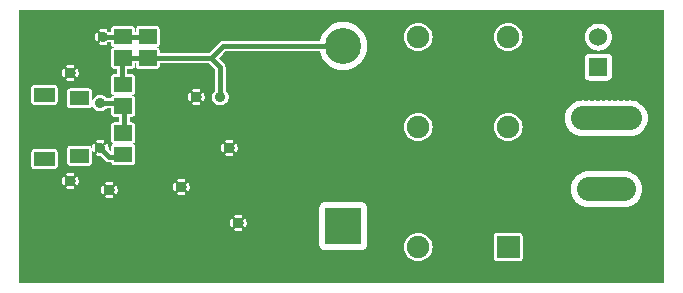
<source format=gbr>
G04 start of page 3 for group 1 idx 1 *
G04 Title: (unknown), solder *
G04 Creator: pcb 20091103 *
G04 CreationDate: Thu 05 May 2011 07:25:20 AM GMT UTC *
G04 For: gjhurlbu *
G04 Format: Gerber/RS-274X *
G04 PCB-Dimensions: 600000 500000 *
G04 PCB-Coordinate-Origin: lower left *
%MOIN*%
%FSLAX25Y25*%
%LNBACK*%
%ADD11C,0.0150*%
%ADD12C,0.0200*%
%ADD13C,0.1200*%
%ADD14C,0.0750*%
%ADD15C,0.0600*%
%ADD16C,0.0800*%
%ADD17C,0.0360*%
%ADD21R,0.0512X0.0512*%
%ADD26C,0.0630*%
%ADD27C,0.0520*%
%ADD28C,0.0260*%
%ADD29C,0.0380*%
%ADD30C,0.0390*%
G54D12*G36*
X237750Y454000D02*X257000D01*
Y363000D01*
X237750D01*
Y388304D01*
X238700Y388387D01*
X239700Y388300D01*
X240650Y388383D01*
X241600Y388300D01*
X242600Y388387D01*
X243600Y388300D01*
X244642Y388391D01*
X245652Y388662D01*
X246600Y389104D01*
X247457Y389704D01*
X248196Y390443D01*
X248796Y391300D01*
X249238Y392248D01*
X249509Y393258D01*
X249600Y394300D01*
X249509Y395342D01*
X249238Y396352D01*
X248796Y397300D01*
X248196Y398157D01*
X247457Y398896D01*
X246600Y399496D01*
X245652Y399938D01*
X244642Y400209D01*
X243600Y400300D01*
X242600Y400213D01*
X241600Y400300D01*
X240650Y400217D01*
X239700Y400300D01*
X238700Y400213D01*
X237750Y400296D01*
Y411904D01*
X238700Y411987D01*
X239700Y411900D01*
X240650Y411983D01*
X241600Y411900D01*
X242600Y411987D01*
X243600Y411900D01*
X244550Y411983D01*
X245500Y411900D01*
X246542Y411991D01*
X247552Y412262D01*
X248500Y412704D01*
X249357Y413304D01*
X250096Y414043D01*
X250696Y414900D01*
X251138Y415848D01*
X251409Y416858D01*
X251500Y417900D01*
X251409Y418942D01*
X251138Y419952D01*
X250696Y420900D01*
X250096Y421757D01*
X249357Y422496D01*
X248500Y423096D01*
X247552Y423538D01*
X246542Y423809D01*
X245500Y423900D01*
X244550Y423817D01*
X243600Y423900D01*
X242600Y423813D01*
X241600Y423900D01*
X240650Y423817D01*
X239700Y423900D01*
X238700Y423813D01*
X237750Y423896D01*
Y430500D01*
X238000D01*
X238260Y430523D01*
X238513Y430590D01*
X238750Y430701D01*
X238964Y430851D01*
X239149Y431036D01*
X239299Y431250D01*
X239410Y431487D01*
X239477Y431740D01*
X239500Y432000D01*
Y438000D01*
X239477Y438260D01*
X239410Y438513D01*
X239299Y438750D01*
X239149Y438964D01*
X238964Y439149D01*
X238750Y439299D01*
X238513Y439410D01*
X238260Y439477D01*
X238000Y439500D01*
X237750D01*
Y441453D01*
X237893Y441553D01*
X238447Y442107D01*
X238897Y442750D01*
X239229Y443461D01*
X239432Y444219D01*
X239500Y445000D01*
X239432Y445781D01*
X239229Y446539D01*
X238897Y447250D01*
X238447Y447893D01*
X237893Y448447D01*
X237750Y448547D01*
Y454000D01*
G37*
G36*
X205000D02*X237750D01*
Y448547D01*
X237250Y448897D01*
X236539Y449229D01*
X235781Y449432D01*
X235000Y449500D01*
X234219Y449432D01*
X233461Y449229D01*
X232750Y448897D01*
X232107Y448447D01*
X231553Y447893D01*
X231103Y447250D01*
X230771Y446539D01*
X230568Y445781D01*
X230500Y445000D01*
X230568Y444219D01*
X230771Y443461D01*
X231103Y442750D01*
X231553Y442107D01*
X232107Y441553D01*
X232750Y441103D01*
X233461Y440771D01*
X234219Y440568D01*
X235000Y440500D01*
X235781Y440568D01*
X236539Y440771D01*
X237250Y441103D01*
X237750Y441453D01*
Y439500D01*
X232000D01*
X231740Y439477D01*
X231487Y439410D01*
X231250Y439299D01*
X231036Y439149D01*
X230851Y438964D01*
X230701Y438750D01*
X230590Y438513D01*
X230523Y438260D01*
X230500Y438000D01*
Y432000D01*
X230523Y431740D01*
X230590Y431487D01*
X230701Y431250D01*
X230851Y431036D01*
X231036Y430851D01*
X231250Y430701D01*
X231487Y430590D01*
X231740Y430523D01*
X232000Y430500D01*
X237750D01*
Y423896D01*
X237700Y423900D01*
X236750Y423817D01*
X235800Y423900D01*
X234800Y423813D01*
X233800Y423900D01*
X232850Y423817D01*
X231900Y423900D01*
X230900Y423813D01*
X229900Y423900D01*
X228858Y423809D01*
X227848Y423538D01*
X226900Y423096D01*
X226043Y422496D01*
X225304Y421757D01*
X224704Y420900D01*
X224262Y419952D01*
X223991Y418942D01*
X223900Y417900D01*
X223991Y416858D01*
X224262Y415848D01*
X224704Y414900D01*
X225304Y414043D01*
X226043Y413304D01*
X226900Y412704D01*
X227848Y412262D01*
X228858Y411991D01*
X229900Y411900D01*
X230900Y411987D01*
X231900Y411900D01*
X232850Y411983D01*
X233800Y411900D01*
X234800Y411987D01*
X235800Y411900D01*
X236750Y411983D01*
X237700Y411900D01*
X237750Y411904D01*
Y400296D01*
X237700Y400300D01*
X236750Y400217D01*
X235800Y400300D01*
X234800Y400213D01*
X233800Y400300D01*
X232850Y400217D01*
X231900Y400300D01*
X230858Y400209D01*
X229848Y399938D01*
X228900Y399496D01*
X228043Y398896D01*
X227304Y398157D01*
X226704Y397300D01*
X226262Y396352D01*
X225991Y395342D01*
X225900Y394300D01*
X225991Y393258D01*
X226262Y392248D01*
X226704Y391300D01*
X227304Y390443D01*
X228043Y389704D01*
X228900Y389104D01*
X229848Y388662D01*
X230858Y388391D01*
X231900Y388300D01*
X232850Y388383D01*
X233800Y388300D01*
X234800Y388387D01*
X235800Y388300D01*
X236750Y388383D01*
X237700Y388300D01*
X237750Y388304D01*
Y363000D01*
X205000D01*
Y370250D01*
X208750D01*
X208924Y370265D01*
X209092Y370310D01*
X209250Y370384D01*
X209393Y370484D01*
X209516Y370607D01*
X209616Y370750D01*
X209690Y370908D01*
X209735Y371076D01*
X209750Y371250D01*
Y378750D01*
X209735Y378924D01*
X209690Y379092D01*
X209616Y379250D01*
X209516Y379393D01*
X209393Y379516D01*
X209250Y379616D01*
X209092Y379690D01*
X208924Y379735D01*
X208750Y379750D01*
X205000D01*
Y410250D01*
X205825Y410322D01*
X206625Y410536D01*
X207375Y410886D01*
X208053Y411361D01*
X208639Y411947D01*
X209114Y412625D01*
X209464Y413375D01*
X209678Y414175D01*
X209750Y415000D01*
X209678Y415825D01*
X209464Y416625D01*
X209114Y417375D01*
X208639Y418053D01*
X208053Y418639D01*
X207375Y419114D01*
X206625Y419464D01*
X205825Y419678D01*
X205000Y419750D01*
Y440250D01*
X205825Y440322D01*
X206625Y440536D01*
X207375Y440886D01*
X208053Y441361D01*
X208639Y441947D01*
X209114Y442625D01*
X209464Y443375D01*
X209678Y444175D01*
X209750Y445000D01*
X209678Y445825D01*
X209464Y446625D01*
X209114Y447375D01*
X208639Y448053D01*
X208053Y448639D01*
X207375Y449114D01*
X206625Y449464D01*
X205825Y449678D01*
X205000Y449750D01*
Y454000D01*
G37*
G36*
X175000D02*X205000D01*
Y449750D01*
X204175Y449678D01*
X203375Y449464D01*
X202625Y449114D01*
X201947Y448639D01*
X201361Y448053D01*
X200886Y447375D01*
X200536Y446625D01*
X200322Y445825D01*
X200250Y445000D01*
X200322Y444175D01*
X200536Y443375D01*
X200886Y442625D01*
X201361Y441947D01*
X201947Y441361D01*
X202625Y440886D01*
X203375Y440536D01*
X204175Y440322D01*
X205000Y440250D01*
Y419750D01*
X204175Y419678D01*
X203375Y419464D01*
X202625Y419114D01*
X201947Y418639D01*
X201361Y418053D01*
X200886Y417375D01*
X200536Y416625D01*
X200322Y415825D01*
X200250Y415000D01*
X200322Y414175D01*
X200536Y413375D01*
X200886Y412625D01*
X201361Y411947D01*
X201947Y411361D01*
X202625Y410886D01*
X203375Y410536D01*
X204175Y410322D01*
X205000Y410250D01*
Y379750D01*
X201250D01*
X201076Y379735D01*
X200908Y379690D01*
X200750Y379616D01*
X200607Y379516D01*
X200484Y379393D01*
X200384Y379250D01*
X200310Y379092D01*
X200265Y378924D01*
X200250Y378750D01*
Y371250D01*
X200265Y371076D01*
X200310Y370908D01*
X200384Y370750D01*
X200484Y370607D01*
X200607Y370484D01*
X200750Y370384D01*
X200908Y370310D01*
X201076Y370265D01*
X201250Y370250D01*
X205000D01*
Y363000D01*
X175000D01*
Y370250D01*
X175825Y370322D01*
X176625Y370536D01*
X177375Y370886D01*
X178053Y371361D01*
X178639Y371947D01*
X179114Y372625D01*
X179464Y373375D01*
X179678Y374175D01*
X179750Y375000D01*
X179678Y375825D01*
X179464Y376625D01*
X179114Y377375D01*
X178639Y378053D01*
X178053Y378639D01*
X177375Y379114D01*
X176625Y379464D01*
X175825Y379678D01*
X175000Y379750D01*
Y410250D01*
X175825Y410322D01*
X176625Y410536D01*
X177375Y410886D01*
X178053Y411361D01*
X178639Y411947D01*
X179114Y412625D01*
X179464Y413375D01*
X179678Y414175D01*
X179750Y415000D01*
X179678Y415825D01*
X179464Y416625D01*
X179114Y417375D01*
X178639Y418053D01*
X178053Y418639D01*
X177375Y419114D01*
X176625Y419464D01*
X175825Y419678D01*
X175000Y419750D01*
Y440250D01*
X175825Y440322D01*
X176625Y440536D01*
X177375Y440886D01*
X178053Y441361D01*
X178639Y441947D01*
X179114Y442625D01*
X179464Y443375D01*
X179678Y444175D01*
X179750Y445000D01*
X179678Y445825D01*
X179464Y446625D01*
X179114Y447375D01*
X178639Y448053D01*
X178053Y448639D01*
X177375Y449114D01*
X176625Y449464D01*
X175825Y449678D01*
X175000Y449750D01*
Y454000D01*
G37*
G36*
X150000D02*X175000D01*
Y449750D01*
X174175Y449678D01*
X173375Y449464D01*
X172625Y449114D01*
X171947Y448639D01*
X171361Y448053D01*
X170886Y447375D01*
X170536Y446625D01*
X170322Y445825D01*
X170250Y445000D01*
X170322Y444175D01*
X170536Y443375D01*
X170886Y442625D01*
X171361Y441947D01*
X171947Y441361D01*
X172625Y440886D01*
X173375Y440536D01*
X174175Y440322D01*
X175000Y440250D01*
Y419750D01*
X174175Y419678D01*
X173375Y419464D01*
X172625Y419114D01*
X171947Y418639D01*
X171361Y418053D01*
X170886Y417375D01*
X170536Y416625D01*
X170322Y415825D01*
X170250Y415000D01*
X170322Y414175D01*
X170536Y413375D01*
X170886Y412625D01*
X171361Y411947D01*
X171947Y411361D01*
X172625Y410886D01*
X173375Y410536D01*
X174175Y410322D01*
X175000Y410250D01*
Y379750D01*
X174175Y379678D01*
X173375Y379464D01*
X172625Y379114D01*
X171947Y378639D01*
X171361Y378053D01*
X170886Y377375D01*
X170536Y376625D01*
X170322Y375825D01*
X170250Y375000D01*
X170322Y374175D01*
X170536Y373375D01*
X170886Y372625D01*
X171361Y371947D01*
X171947Y371361D01*
X172625Y370886D01*
X173375Y370536D01*
X174175Y370322D01*
X175000Y370250D01*
Y363000D01*
X150000D01*
Y374000D01*
X156000D01*
X156347Y374030D01*
X156684Y374121D01*
X157000Y374268D01*
X157286Y374468D01*
X157532Y374714D01*
X157732Y375000D01*
X157879Y375316D01*
X157970Y375653D01*
X158000Y376000D01*
Y388000D01*
X157970Y388347D01*
X157879Y388684D01*
X157732Y389000D01*
X157532Y389286D01*
X157286Y389532D01*
X157000Y389732D01*
X156684Y389879D01*
X156347Y389970D01*
X156000Y390000D01*
X150000D01*
Y434000D01*
X151389Y434122D01*
X152736Y434482D01*
X154000Y435072D01*
X155142Y435872D01*
X156128Y436858D01*
X156928Y438000D01*
X157518Y439264D01*
X157878Y440611D01*
X158000Y442000D01*
X157878Y443389D01*
X157518Y444736D01*
X156928Y446000D01*
X156128Y447142D01*
X155142Y448128D01*
X154000Y448928D01*
X152736Y449518D01*
X151389Y449878D01*
X150000Y450000D01*
Y454000D01*
G37*
G36*
Y363000D02*X117231D01*
Y381720D01*
X117248Y381721D01*
X117332Y381744D01*
X117411Y381781D01*
X117483Y381831D01*
X117544Y381893D01*
X117594Y381964D01*
X117631Y382043D01*
X117704Y382276D01*
X117757Y382514D01*
X117789Y382756D01*
X117800Y383000D01*
X117789Y383245D01*
X117757Y383487D01*
X117704Y383725D01*
X117631Y383958D01*
X117594Y384037D01*
X117544Y384108D01*
X117483Y384170D01*
X117411Y384220D01*
X117332Y384257D01*
X117248Y384280D01*
X117231Y384281D01*
Y440250D01*
X142218D01*
X142482Y439264D01*
X143072Y438000D01*
X143872Y436858D01*
X144858Y435872D01*
X146000Y435072D01*
X147264Y434482D01*
X148611Y434122D01*
X150000Y434000D01*
Y390000D01*
X144000D01*
X143653Y389970D01*
X143316Y389879D01*
X143000Y389732D01*
X142714Y389532D01*
X142468Y389286D01*
X142268Y389000D01*
X142121Y388684D01*
X142030Y388347D01*
X142000Y388000D01*
Y376000D01*
X142030Y375653D01*
X142121Y375316D01*
X142268Y375000D01*
X142468Y374714D01*
X142714Y374468D01*
X143000Y374268D01*
X143316Y374121D01*
X143653Y374030D01*
X144000Y374000D01*
X150000D01*
Y363000D01*
G37*
G36*
X117231D02*X115000D01*
Y380200D01*
X115244Y380211D01*
X115486Y380243D01*
X115724Y380296D01*
X115957Y380369D01*
X116036Y380406D01*
X116107Y380456D01*
X116169Y380517D01*
X116219Y380589D01*
X116256Y380668D01*
X116279Y380752D01*
X116286Y380839D01*
X116279Y380926D01*
X116256Y381010D01*
X116219Y381089D01*
X116169Y381160D01*
X116108Y381222D01*
X116036Y381272D01*
X115957Y381309D01*
X115873Y381332D01*
X115786Y381339D01*
X115699Y381332D01*
X115615Y381309D01*
X115465Y381262D01*
X115312Y381228D01*
X115156Y381207D01*
X115000Y381200D01*
Y384800D01*
X115156Y384794D01*
X115312Y384773D01*
X115465Y384739D01*
X115615Y384692D01*
X115699Y384669D01*
X115786Y384662D01*
X115873Y384669D01*
X115957Y384692D01*
X116036Y384729D01*
X116108Y384779D01*
X116169Y384841D01*
X116219Y384912D01*
X116256Y384991D01*
X116279Y385075D01*
X116286Y385162D01*
X116279Y385249D01*
X116256Y385333D01*
X116219Y385412D01*
X116169Y385484D01*
X116107Y385545D01*
X116036Y385595D01*
X115957Y385632D01*
X115724Y385705D01*
X115486Y385758D01*
X115244Y385790D01*
X115000Y385800D01*
Y440250D01*
X117231D01*
Y384281D01*
X117161Y384287D01*
X117074Y384280D01*
X116990Y384257D01*
X116911Y384220D01*
X116840Y384170D01*
X116778Y384109D01*
X116728Y384037D01*
X116691Y383958D01*
X116668Y383874D01*
X116661Y383787D01*
X116668Y383700D01*
X116691Y383616D01*
X116738Y383466D01*
X116772Y383313D01*
X116793Y383157D01*
X116800Y383000D01*
X116793Y382844D01*
X116772Y382688D01*
X116738Y382535D01*
X116691Y382385D01*
X116668Y382301D01*
X116661Y382214D01*
X116668Y382127D01*
X116691Y382043D01*
X116728Y381964D01*
X116778Y381892D01*
X116840Y381831D01*
X116911Y381781D01*
X116990Y381744D01*
X117074Y381721D01*
X117161Y381714D01*
X117231Y381720D01*
Y363000D01*
G37*
G36*
X114231Y384663D02*X114300Y384669D01*
X114384Y384692D01*
X114534Y384739D01*
X114687Y384773D01*
X114843Y384794D01*
X115000Y384800D01*
Y381200D01*
X114999D01*
X114843Y381207D01*
X114687Y381228D01*
X114534Y381262D01*
X114384Y381309D01*
X114300Y381332D01*
X114231Y381338D01*
Y384663D01*
G37*
G36*
Y440250D02*X115000D01*
Y385800D01*
X114755Y385790D01*
X114513Y385758D01*
X114275Y385705D01*
X114231Y385691D01*
Y406720D01*
X114248Y406721D01*
X114332Y406744D01*
X114411Y406781D01*
X114483Y406831D01*
X114544Y406893D01*
X114594Y406964D01*
X114631Y407043D01*
X114704Y407276D01*
X114757Y407514D01*
X114789Y407756D01*
X114800Y408000D01*
X114789Y408245D01*
X114757Y408487D01*
X114704Y408725D01*
X114631Y408958D01*
X114594Y409037D01*
X114544Y409108D01*
X114483Y409170D01*
X114411Y409220D01*
X114332Y409257D01*
X114248Y409280D01*
X114231Y409281D01*
Y440250D01*
G37*
G36*
X115000Y363000D02*X114231D01*
Y380310D01*
X114275Y380296D01*
X114513Y380243D01*
X114755Y380211D01*
X114999Y380200D01*
X115000D01*
Y363000D01*
G37*
G36*
X114231D02*X112769D01*
Y381720D01*
X112838Y381714D01*
X112925Y381721D01*
X113009Y381744D01*
X113088Y381781D01*
X113159Y381831D01*
X113221Y381892D01*
X113271Y381964D01*
X113308Y382043D01*
X113331Y382127D01*
X113338Y382214D01*
X113331Y382301D01*
X113308Y382385D01*
X113261Y382535D01*
X113227Y382688D01*
X113206Y382844D01*
X113200Y383001D01*
X113206Y383157D01*
X113227Y383313D01*
X113261Y383466D01*
X113308Y383616D01*
X113331Y383700D01*
X113338Y383787D01*
X113331Y383874D01*
X113308Y383958D01*
X113271Y384037D01*
X113221Y384109D01*
X113159Y384170D01*
X113088Y384220D01*
X113009Y384257D01*
X112925Y384280D01*
X112838Y384287D01*
X112769Y384281D01*
Y405310D01*
X112957Y405369D01*
X113036Y405406D01*
X113107Y405456D01*
X113169Y405517D01*
X113219Y405589D01*
X113256Y405668D01*
X113279Y405752D01*
X113286Y405839D01*
X113279Y405926D01*
X113256Y406010D01*
X113219Y406089D01*
X113169Y406160D01*
X113108Y406222D01*
X113036Y406272D01*
X112957Y406309D01*
X112873Y406332D01*
X112786Y406339D01*
X112769Y406338D01*
Y409663D01*
X112786Y409662D01*
X112873Y409669D01*
X112957Y409692D01*
X113036Y409729D01*
X113108Y409779D01*
X113169Y409841D01*
X113219Y409912D01*
X113256Y409991D01*
X113279Y410075D01*
X113286Y410162D01*
X113279Y410249D01*
X113256Y410333D01*
X113219Y410412D01*
X113169Y410484D01*
X113107Y410545D01*
X113036Y410595D01*
X112957Y410632D01*
X112769Y410691D01*
Y440250D01*
X114231D01*
Y409281D01*
X114161Y409287D01*
X114074Y409280D01*
X113990Y409257D01*
X113911Y409220D01*
X113840Y409170D01*
X113778Y409109D01*
X113728Y409037D01*
X113691Y408958D01*
X113668Y408874D01*
X113661Y408787D01*
X113668Y408700D01*
X113691Y408616D01*
X113738Y408466D01*
X113772Y408313D01*
X113793Y408157D01*
X113800Y408000D01*
X113793Y407844D01*
X113772Y407688D01*
X113738Y407535D01*
X113691Y407385D01*
X113668Y407301D01*
X113661Y407214D01*
X113668Y407127D01*
X113691Y407043D01*
X113728Y406964D01*
X113778Y406892D01*
X113840Y406831D01*
X113911Y406781D01*
X113990Y406744D01*
X114074Y406721D01*
X114161Y406714D01*
X114231Y406720D01*
Y385691D01*
X114042Y385632D01*
X113963Y385595D01*
X113892Y385545D01*
X113830Y385484D01*
X113780Y385412D01*
X113743Y385333D01*
X113720Y385249D01*
X113713Y385162D01*
X113720Y385075D01*
X113743Y384991D01*
X113780Y384912D01*
X113830Y384841D01*
X113891Y384779D01*
X113963Y384729D01*
X114042Y384692D01*
X114126Y384669D01*
X114213Y384662D01*
X114231Y384663D01*
Y381338D01*
X114213Y381339D01*
X114126Y381332D01*
X114042Y381309D01*
X113963Y381272D01*
X113891Y381222D01*
X113830Y381160D01*
X113780Y381089D01*
X113743Y381010D01*
X113720Y380926D01*
X113713Y380839D01*
X113720Y380752D01*
X113743Y380668D01*
X113780Y380589D01*
X113830Y380517D01*
X113892Y380456D01*
X113963Y380406D01*
X114042Y380369D01*
X114231Y380310D01*
Y363000D01*
G37*
G36*
X112769Y410691D02*X112724Y410705D01*
X112486Y410758D01*
X112244Y410790D01*
X112100Y410796D01*
Y440250D01*
X112769D01*
Y410691D01*
G37*
G36*
Y406338D02*X112699Y406332D01*
X112615Y406309D01*
X112465Y406262D01*
X112312Y406228D01*
X112156Y406207D01*
X112100Y406205D01*
Y409796D01*
X112156Y409794D01*
X112312Y409773D01*
X112465Y409739D01*
X112615Y409692D01*
X112699Y409669D01*
X112769Y409663D01*
Y406338D01*
G37*
G36*
Y363000D02*X112100D01*
Y405205D01*
X112244Y405211D01*
X112486Y405243D01*
X112724Y405296D01*
X112769Y405310D01*
Y384281D01*
X112751Y384280D01*
X112667Y384257D01*
X112588Y384220D01*
X112516Y384170D01*
X112455Y384108D01*
X112405Y384037D01*
X112368Y383958D01*
X112295Y383725D01*
X112242Y383487D01*
X112210Y383245D01*
X112200Y383001D01*
X112210Y382756D01*
X112242Y382514D01*
X112295Y382276D01*
X112368Y382043D01*
X112405Y381964D01*
X112455Y381893D01*
X112516Y381831D01*
X112588Y381781D01*
X112667Y381744D01*
X112751Y381721D01*
X112769Y381720D01*
Y363000D01*
G37*
G36*
X112100Y454000D02*X150000D01*
Y450000D01*
X148611Y449878D01*
X147264Y449518D01*
X146000Y448928D01*
X144858Y448128D01*
X143872Y447142D01*
X143072Y446000D01*
X142482Y444736D01*
X142218Y443750D01*
X112100D01*
Y454000D01*
G37*
G36*
X109769Y422319D02*X109958Y422369D01*
X110400Y422575D01*
X110800Y422855D01*
X111145Y423200D01*
X111425Y423600D01*
X111631Y424042D01*
X111757Y424514D01*
X111800Y425000D01*
X111757Y425486D01*
X111631Y425958D01*
X111425Y426400D01*
X111145Y426800D01*
X110800Y427145D01*
X110750Y427180D01*
Y435000D01*
X110743Y435079D01*
Y435153D01*
X110730Y435229D01*
X110723Y435304D01*
X110704Y435376D01*
X110690Y435454D01*
X110663Y435528D01*
X110644Y435599D01*
X110613Y435666D01*
X110586Y435740D01*
X110550Y435803D01*
X110516Y435875D01*
X110468Y435943D01*
X110433Y436004D01*
X110388Y436058D01*
X110341Y436125D01*
X110283Y436183D01*
X110237Y436238D01*
X109769Y436706D01*
Y439295D01*
X110724Y440250D01*
X112100D01*
Y410796D01*
X112000Y410800D01*
X111755Y410790D01*
X111513Y410758D01*
X111275Y410705D01*
X111042Y410632D01*
X110963Y410595D01*
X110892Y410545D01*
X110830Y410484D01*
X110780Y410412D01*
X110743Y410333D01*
X110720Y410249D01*
X110713Y410162D01*
X110720Y410075D01*
X110743Y409991D01*
X110780Y409912D01*
X110830Y409841D01*
X110891Y409779D01*
X110963Y409729D01*
X111042Y409692D01*
X111126Y409669D01*
X111213Y409662D01*
X111300Y409669D01*
X111384Y409692D01*
X111534Y409739D01*
X111687Y409773D01*
X111843Y409794D01*
X112000Y409800D01*
X112100Y409796D01*
Y406205D01*
X111999Y406200D01*
X111843Y406207D01*
X111687Y406228D01*
X111534Y406262D01*
X111384Y406309D01*
X111300Y406332D01*
X111213Y406339D01*
X111126Y406332D01*
X111042Y406309D01*
X110963Y406272D01*
X110891Y406222D01*
X110830Y406160D01*
X110780Y406089D01*
X110743Y406010D01*
X110720Y405926D01*
X110713Y405839D01*
X110720Y405752D01*
X110743Y405668D01*
X110780Y405589D01*
X110830Y405517D01*
X110892Y405456D01*
X110963Y405406D01*
X111042Y405369D01*
X111275Y405296D01*
X111513Y405243D01*
X111755Y405211D01*
X111999Y405200D01*
X112100Y405205D01*
Y363000D01*
X109769D01*
Y406720D01*
X109838Y406714D01*
X109925Y406721D01*
X110009Y406744D01*
X110088Y406781D01*
X110159Y406831D01*
X110221Y406892D01*
X110271Y406964D01*
X110308Y407043D01*
X110331Y407127D01*
X110338Y407214D01*
X110331Y407301D01*
X110308Y407385D01*
X110261Y407535D01*
X110227Y407688D01*
X110206Y407844D01*
X110200Y408001D01*
X110206Y408157D01*
X110227Y408313D01*
X110261Y408466D01*
X110308Y408616D01*
X110331Y408700D01*
X110338Y408787D01*
X110331Y408874D01*
X110308Y408958D01*
X110271Y409037D01*
X110221Y409109D01*
X110159Y409170D01*
X110088Y409220D01*
X110009Y409257D01*
X109925Y409280D01*
X109838Y409287D01*
X109769Y409281D01*
Y422319D01*
G37*
G36*
Y454000D02*X112100D01*
Y443750D01*
X110000D01*
X109932Y443744D01*
X109847D01*
X109769Y443730D01*
Y454000D01*
G37*
G36*
Y436706D02*X108474Y438000D01*
X109769Y439295D01*
Y436706D01*
G37*
G36*
X103231Y436250D02*X105275D01*
X107250Y434275D01*
Y427180D01*
X107200Y427145D01*
X106855Y426800D01*
X106575Y426400D01*
X106369Y425958D01*
X106243Y425486D01*
X106200Y425000D01*
X106243Y424514D01*
X106369Y424042D01*
X106575Y423600D01*
X106855Y423200D01*
X107200Y422855D01*
X107600Y422575D01*
X108042Y422369D01*
X108514Y422243D01*
X109000Y422200D01*
X109486Y422243D01*
X109769Y422319D01*
Y409281D01*
X109751Y409280D01*
X109667Y409257D01*
X109588Y409220D01*
X109516Y409170D01*
X109455Y409108D01*
X109405Y409037D01*
X109368Y408958D01*
X109295Y408725D01*
X109242Y408487D01*
X109210Y408245D01*
X109200Y408001D01*
X109210Y407756D01*
X109242Y407514D01*
X109295Y407276D01*
X109368Y407043D01*
X109405Y406964D01*
X109455Y406893D01*
X109516Y406831D01*
X109588Y406781D01*
X109667Y406744D01*
X109751Y406721D01*
X109769Y406720D01*
Y363000D01*
X103231D01*
Y423720D01*
X103248Y423721D01*
X103332Y423744D01*
X103411Y423781D01*
X103483Y423831D01*
X103544Y423893D01*
X103594Y423964D01*
X103631Y424043D01*
X103704Y424276D01*
X103757Y424514D01*
X103789Y424756D01*
X103800Y425000D01*
X103789Y425245D01*
X103757Y425487D01*
X103704Y425725D01*
X103631Y425958D01*
X103594Y426037D01*
X103544Y426108D01*
X103483Y426170D01*
X103411Y426220D01*
X103332Y426257D01*
X103248Y426280D01*
X103231Y426281D01*
Y436250D01*
G37*
G36*
X101000D02*X103231D01*
Y426281D01*
X103161Y426287D01*
X103074Y426280D01*
X102990Y426257D01*
X102911Y426220D01*
X102840Y426170D01*
X102778Y426109D01*
X102728Y426037D01*
X102691Y425958D01*
X102668Y425874D01*
X102661Y425787D01*
X102668Y425700D01*
X102691Y425616D01*
X102738Y425466D01*
X102772Y425313D01*
X102793Y425157D01*
X102800Y425000D01*
X102793Y424844D01*
X102772Y424688D01*
X102738Y424535D01*
X102691Y424385D01*
X102668Y424301D01*
X102661Y424214D01*
X102668Y424127D01*
X102691Y424043D01*
X102728Y423964D01*
X102778Y423892D01*
X102840Y423831D01*
X102911Y423781D01*
X102990Y423744D01*
X103074Y423721D01*
X103161Y423714D01*
X103231Y423720D01*
Y363000D01*
X101000D01*
Y422200D01*
X101244Y422211D01*
X101486Y422243D01*
X101724Y422296D01*
X101957Y422369D01*
X102036Y422406D01*
X102107Y422456D01*
X102169Y422517D01*
X102219Y422589D01*
X102256Y422668D01*
X102279Y422752D01*
X102286Y422839D01*
X102279Y422926D01*
X102256Y423010D01*
X102219Y423089D01*
X102169Y423160D01*
X102108Y423222D01*
X102036Y423272D01*
X101957Y423309D01*
X101873Y423332D01*
X101786Y423339D01*
X101699Y423332D01*
X101615Y423309D01*
X101465Y423262D01*
X101312Y423228D01*
X101156Y423207D01*
X101000Y423200D01*
Y426800D01*
X101156Y426794D01*
X101312Y426773D01*
X101465Y426739D01*
X101615Y426692D01*
X101699Y426669D01*
X101786Y426662D01*
X101873Y426669D01*
X101957Y426692D01*
X102036Y426729D01*
X102108Y426779D01*
X102169Y426841D01*
X102219Y426912D01*
X102256Y426991D01*
X102279Y427075D01*
X102286Y427162D01*
X102279Y427249D01*
X102256Y427333D01*
X102219Y427412D01*
X102169Y427484D01*
X102107Y427545D01*
X102036Y427595D01*
X101957Y427632D01*
X101724Y427705D01*
X101486Y427758D01*
X101244Y427790D01*
X101000Y427800D01*
Y436250D01*
G37*
G36*
X98769D02*X101000D01*
Y427800D01*
X100755Y427790D01*
X100513Y427758D01*
X100275Y427705D01*
X100042Y427632D01*
X99963Y427595D01*
X99892Y427545D01*
X99830Y427484D01*
X99780Y427412D01*
X99743Y427333D01*
X99720Y427249D01*
X99713Y427162D01*
X99720Y427075D01*
X99743Y426991D01*
X99780Y426912D01*
X99830Y426841D01*
X99891Y426779D01*
X99963Y426729D01*
X100042Y426692D01*
X100126Y426669D01*
X100213Y426662D01*
X100300Y426669D01*
X100384Y426692D01*
X100534Y426739D01*
X100687Y426773D01*
X100843Y426794D01*
X101000Y426800D01*
Y423200D01*
X100999D01*
X100843Y423207D01*
X100687Y423228D01*
X100534Y423262D01*
X100384Y423309D01*
X100300Y423332D01*
X100213Y423339D01*
X100126Y423332D01*
X100042Y423309D01*
X99963Y423272D01*
X99891Y423222D01*
X99830Y423160D01*
X99780Y423089D01*
X99743Y423010D01*
X99720Y422926D01*
X99713Y422839D01*
X99720Y422752D01*
X99743Y422668D01*
X99780Y422589D01*
X99830Y422517D01*
X99892Y422456D01*
X99963Y422406D01*
X100042Y422369D01*
X100275Y422296D01*
X100513Y422243D01*
X100755Y422211D01*
X100999Y422200D01*
X101000D01*
Y363000D01*
X98769D01*
Y394605D01*
X98789Y394756D01*
X98800Y395000D01*
X98789Y395245D01*
X98769Y395396D01*
Y423720D01*
X98838Y423714D01*
X98925Y423721D01*
X99009Y423744D01*
X99088Y423781D01*
X99159Y423831D01*
X99221Y423892D01*
X99271Y423964D01*
X99308Y424043D01*
X99331Y424127D01*
X99338Y424214D01*
X99331Y424301D01*
X99308Y424385D01*
X99261Y424535D01*
X99227Y424688D01*
X99206Y424844D01*
X99200Y425001D01*
X99206Y425157D01*
X99227Y425313D01*
X99261Y425466D01*
X99308Y425616D01*
X99331Y425700D01*
X99338Y425787D01*
X99331Y425874D01*
X99308Y425958D01*
X99271Y426037D01*
X99221Y426109D01*
X99159Y426170D01*
X99088Y426220D01*
X99009Y426257D01*
X98925Y426280D01*
X98838Y426287D01*
X98769Y426281D01*
Y436250D01*
G37*
G36*
Y454000D02*X109769D01*
Y443730D01*
X109761Y443729D01*
X109696Y443723D01*
X109633Y443706D01*
X109547Y443691D01*
X109463Y443661D01*
X109401Y443644D01*
X109345Y443618D01*
X109260Y443587D01*
X109188Y443545D01*
X109125Y443516D01*
X109066Y443474D01*
X108996Y443434D01*
X108936Y443383D01*
X108875Y443341D01*
X108822Y443288D01*
X108762Y443238D01*
X105274Y439750D01*
X98769D01*
Y454000D01*
G37*
G36*
X96000Y436250D02*X98769D01*
Y426281D01*
X98751Y426280D01*
X98667Y426257D01*
X98588Y426220D01*
X98516Y426170D01*
X98455Y426108D01*
X98405Y426037D01*
X98368Y425958D01*
X98295Y425725D01*
X98242Y425487D01*
X98210Y425245D01*
X98200Y425001D01*
X98210Y424756D01*
X98242Y424514D01*
X98295Y424276D01*
X98368Y424043D01*
X98405Y423964D01*
X98455Y423893D01*
X98516Y423831D01*
X98588Y423781D01*
X98667Y423744D01*
X98751Y423721D01*
X98769Y423720D01*
Y395396D01*
X98757Y395487D01*
X98704Y395725D01*
X98631Y395958D01*
X98594Y396037D01*
X98544Y396108D01*
X98483Y396170D01*
X98411Y396220D01*
X98332Y396257D01*
X98248Y396280D01*
X98161Y396287D01*
X98074Y396280D01*
X97990Y396257D01*
X97911Y396220D01*
X97840Y396170D01*
X97778Y396109D01*
X97728Y396037D01*
X97691Y395958D01*
X97668Y395874D01*
X97661Y395787D01*
X97668Y395700D01*
X97691Y395616D01*
X97738Y395466D01*
X97772Y395313D01*
X97793Y395157D01*
X97800Y395000D01*
X97793Y394844D01*
X97772Y394688D01*
X97738Y394535D01*
X97691Y394385D01*
X97668Y394301D01*
X97661Y394214D01*
X97668Y394127D01*
X97691Y394043D01*
X97728Y393964D01*
X97778Y393892D01*
X97840Y393831D01*
X97911Y393781D01*
X97990Y393744D01*
X98074Y393721D01*
X98161Y393714D01*
X98248Y393721D01*
X98332Y393744D01*
X98411Y393781D01*
X98483Y393831D01*
X98544Y393893D01*
X98594Y393964D01*
X98631Y394043D01*
X98704Y394276D01*
X98757Y394514D01*
X98769Y394605D01*
Y363000D01*
X96000D01*
Y392200D01*
X96244Y392211D01*
X96486Y392243D01*
X96724Y392296D01*
X96957Y392369D01*
X97036Y392406D01*
X97107Y392456D01*
X97169Y392517D01*
X97219Y392589D01*
X97256Y392668D01*
X97279Y392752D01*
X97286Y392839D01*
X97279Y392926D01*
X97256Y393010D01*
X97219Y393089D01*
X97169Y393160D01*
X97108Y393222D01*
X97036Y393272D01*
X96957Y393309D01*
X96873Y393332D01*
X96786Y393339D01*
X96699Y393332D01*
X96615Y393309D01*
X96465Y393262D01*
X96312Y393228D01*
X96156Y393207D01*
X96000Y393200D01*
Y396800D01*
X96156Y396794D01*
X96312Y396773D01*
X96465Y396739D01*
X96615Y396692D01*
X96699Y396669D01*
X96786Y396662D01*
X96873Y396669D01*
X96957Y396692D01*
X97036Y396729D01*
X97108Y396779D01*
X97169Y396841D01*
X97219Y396912D01*
X97256Y396991D01*
X97279Y397075D01*
X97286Y397162D01*
X97279Y397249D01*
X97256Y397333D01*
X97219Y397412D01*
X97169Y397484D01*
X97107Y397545D01*
X97036Y397595D01*
X96957Y397632D01*
X96724Y397705D01*
X96486Y397758D01*
X96244Y397790D01*
X96000Y397800D01*
Y436250D01*
G37*
G36*
X93769D02*X96000D01*
Y397800D01*
X95755Y397790D01*
X95513Y397758D01*
X95275Y397705D01*
X95042Y397632D01*
X94963Y397595D01*
X94892Y397545D01*
X94830Y397484D01*
X94780Y397412D01*
X94743Y397333D01*
X94720Y397249D01*
X94713Y397162D01*
X94720Y397075D01*
X94743Y396991D01*
X94780Y396912D01*
X94830Y396841D01*
X94891Y396779D01*
X94963Y396729D01*
X95042Y396692D01*
X95126Y396669D01*
X95213Y396662D01*
X95300Y396669D01*
X95384Y396692D01*
X95534Y396739D01*
X95687Y396773D01*
X95843Y396794D01*
X96000Y396800D01*
Y393200D01*
X95999D01*
X95843Y393207D01*
X95687Y393228D01*
X95534Y393262D01*
X95384Y393309D01*
X95300Y393332D01*
X95213Y393339D01*
X95126Y393332D01*
X95042Y393309D01*
X94963Y393272D01*
X94891Y393222D01*
X94830Y393160D01*
X94780Y393089D01*
X94743Y393010D01*
X94720Y392926D01*
X94713Y392839D01*
X94720Y392752D01*
X94743Y392668D01*
X94780Y392589D01*
X94830Y392517D01*
X94892Y392456D01*
X94963Y392406D01*
X95042Y392369D01*
X95275Y392296D01*
X95513Y392243D01*
X95755Y392211D01*
X95999Y392200D01*
X96000D01*
Y363000D01*
X93769D01*
Y393720D01*
X93838Y393714D01*
X93925Y393721D01*
X94009Y393744D01*
X94088Y393781D01*
X94159Y393831D01*
X94221Y393892D01*
X94271Y393964D01*
X94308Y394043D01*
X94331Y394127D01*
X94338Y394214D01*
X94331Y394301D01*
X94308Y394385D01*
X94261Y394535D01*
X94227Y394688D01*
X94206Y394844D01*
X94200Y395001D01*
X94206Y395157D01*
X94227Y395313D01*
X94261Y395466D01*
X94308Y395616D01*
X94331Y395700D01*
X94338Y395787D01*
X94331Y395874D01*
X94308Y395958D01*
X94271Y396037D01*
X94221Y396109D01*
X94159Y396170D01*
X94088Y396220D01*
X94009Y396257D01*
X93925Y396280D01*
X93838Y396287D01*
X93769Y396281D01*
Y436250D01*
G37*
G36*
X74231Y402355D02*X79559D01*
X79733Y402370D01*
X79901Y402415D01*
X80059Y402489D01*
X80202Y402589D01*
X80325Y402712D01*
X80425Y402855D01*
X80499Y403013D01*
X80544Y403181D01*
X80559Y403355D01*
Y408473D01*
X80544Y408647D01*
X80499Y408815D01*
X80425Y408973D01*
X80325Y409116D01*
X80202Y409239D01*
X80059Y409339D01*
X79901Y409413D01*
X79737Y409457D01*
X79901Y409501D01*
X80059Y409575D01*
X80202Y409675D01*
X80325Y409798D01*
X80425Y409941D01*
X80499Y410099D01*
X80544Y410267D01*
X80559Y410441D01*
Y415559D01*
X80544Y415733D01*
X80499Y415901D01*
X80425Y416059D01*
X80325Y416202D01*
X80202Y416325D01*
X80059Y416425D01*
X79901Y416499D01*
X79733Y416544D01*
X79559Y416559D01*
X78750D01*
Y418441D01*
X79559D01*
X79733Y418456D01*
X79901Y418501D01*
X80059Y418575D01*
X80202Y418675D01*
X80325Y418798D01*
X80425Y418941D01*
X80499Y419099D01*
X80544Y419267D01*
X80559Y419441D01*
Y424559D01*
X80544Y424733D01*
X80499Y424901D01*
X80425Y425059D01*
X80325Y425202D01*
X80202Y425325D01*
X80059Y425425D01*
X79901Y425499D01*
X79737Y425543D01*
X79901Y425587D01*
X80059Y425661D01*
X80202Y425761D01*
X80325Y425884D01*
X80425Y426027D01*
X80499Y426185D01*
X80544Y426353D01*
X80559Y426527D01*
Y431645D01*
X80544Y431819D01*
X80499Y431987D01*
X80425Y432145D01*
X80325Y432288D01*
X80202Y432411D01*
X80059Y432511D01*
X79901Y432585D01*
X79733Y432630D01*
X79559Y432645D01*
X77964D01*
Y434441D01*
X79559D01*
X79733Y434456D01*
X79901Y434501D01*
X80059Y434575D01*
X80202Y434675D01*
X80325Y434798D01*
X80425Y434941D01*
X80499Y435099D01*
X80544Y435267D01*
X80559Y435441D01*
Y436250D01*
X80869D01*
Y435441D01*
X80884Y435267D01*
X80929Y435099D01*
X81003Y434941D01*
X81103Y434798D01*
X81226Y434675D01*
X81369Y434575D01*
X81527Y434501D01*
X81695Y434456D01*
X81869Y434441D01*
X87773D01*
X87947Y434456D01*
X88115Y434501D01*
X88273Y434575D01*
X88416Y434675D01*
X88539Y434798D01*
X88639Y434941D01*
X88713Y435099D01*
X88758Y435267D01*
X88773Y435441D01*
Y436250D01*
X93769D01*
Y396281D01*
X93751Y396280D01*
X93667Y396257D01*
X93588Y396220D01*
X93516Y396170D01*
X93455Y396108D01*
X93405Y396037D01*
X93368Y395958D01*
X93295Y395725D01*
X93242Y395487D01*
X93210Y395245D01*
X93200Y395001D01*
X93210Y394756D01*
X93242Y394514D01*
X93295Y394276D01*
X93368Y394043D01*
X93405Y393964D01*
X93455Y393893D01*
X93516Y393831D01*
X93588Y393781D01*
X93667Y393744D01*
X93751Y393721D01*
X93769Y393720D01*
Y363000D01*
X74231D01*
Y392720D01*
X74248Y392721D01*
X74332Y392744D01*
X74411Y392781D01*
X74483Y392831D01*
X74544Y392893D01*
X74594Y392964D01*
X74631Y393043D01*
X74704Y393276D01*
X74757Y393514D01*
X74789Y393756D01*
X74800Y394000D01*
X74789Y394245D01*
X74757Y394487D01*
X74704Y394725D01*
X74631Y394958D01*
X74594Y395037D01*
X74544Y395108D01*
X74483Y395170D01*
X74411Y395220D01*
X74332Y395257D01*
X74248Y395280D01*
X74231Y395281D01*
Y402355D01*
G37*
G36*
X72000Y403250D02*X72664D01*
X72670Y403181D01*
X72715Y403013D01*
X72789Y402855D01*
X72889Y402712D01*
X73012Y402589D01*
X73155Y402489D01*
X73313Y402415D01*
X73481Y402370D01*
X73655Y402355D01*
X74231D01*
Y395281D01*
X74161Y395287D01*
X74074Y395280D01*
X73990Y395257D01*
X73911Y395220D01*
X73840Y395170D01*
X73778Y395109D01*
X73728Y395037D01*
X73691Y394958D01*
X73668Y394874D01*
X73661Y394787D01*
X73668Y394700D01*
X73691Y394616D01*
X73738Y394466D01*
X73772Y394313D01*
X73793Y394157D01*
X73800Y394000D01*
X73793Y393844D01*
X73772Y393688D01*
X73738Y393535D01*
X73691Y393385D01*
X73668Y393301D01*
X73661Y393214D01*
X73668Y393127D01*
X73691Y393043D01*
X73728Y392964D01*
X73778Y392892D01*
X73840Y392831D01*
X73911Y392781D01*
X73990Y392744D01*
X74074Y392721D01*
X74161Y392714D01*
X74231Y392720D01*
Y363000D01*
X72000D01*
Y391200D01*
X72244Y391211D01*
X72486Y391243D01*
X72724Y391296D01*
X72957Y391369D01*
X73036Y391406D01*
X73107Y391456D01*
X73169Y391517D01*
X73219Y391589D01*
X73256Y391668D01*
X73279Y391752D01*
X73286Y391839D01*
X73279Y391926D01*
X73256Y392010D01*
X73219Y392089D01*
X73169Y392160D01*
X73108Y392222D01*
X73036Y392272D01*
X72957Y392309D01*
X72873Y392332D01*
X72786Y392339D01*
X72699Y392332D01*
X72615Y392309D01*
X72465Y392262D01*
X72312Y392228D01*
X72156Y392207D01*
X72000Y392200D01*
Y395800D01*
X72156Y395794D01*
X72312Y395773D01*
X72465Y395739D01*
X72615Y395692D01*
X72699Y395669D01*
X72786Y395662D01*
X72873Y395669D01*
X72957Y395692D01*
X73036Y395729D01*
X73108Y395779D01*
X73169Y395841D01*
X73219Y395912D01*
X73256Y395991D01*
X73279Y396075D01*
X73286Y396162D01*
X73279Y396249D01*
X73256Y396333D01*
X73219Y396412D01*
X73169Y396484D01*
X73107Y396545D01*
X73036Y396595D01*
X72957Y396632D01*
X72724Y396705D01*
X72486Y396758D01*
X72244Y396790D01*
X72000Y396800D01*
Y403250D01*
G37*
G36*
X69769Y404756D02*X70763Y403762D01*
X70818Y403716D01*
X70875Y403659D01*
X70941Y403613D01*
X70997Y403566D01*
X71057Y403532D01*
X71125Y403484D01*
X71201Y403449D01*
X71261Y403414D01*
X71331Y403388D01*
X71401Y403356D01*
X71469Y403338D01*
X71548Y403309D01*
X71630Y403295D01*
X71696Y403277D01*
X71771Y403270D01*
X71848Y403257D01*
X71920D01*
X72000Y403250D01*
Y396800D01*
X71755Y396790D01*
X71513Y396758D01*
X71275Y396705D01*
X71042Y396632D01*
X70963Y396595D01*
X70892Y396545D01*
X70830Y396484D01*
X70780Y396412D01*
X70743Y396333D01*
X70720Y396249D01*
X70713Y396162D01*
X70720Y396075D01*
X70743Y395991D01*
X70780Y395912D01*
X70830Y395841D01*
X70891Y395779D01*
X70963Y395729D01*
X71042Y395692D01*
X71126Y395669D01*
X71213Y395662D01*
X71300Y395669D01*
X71384Y395692D01*
X71534Y395739D01*
X71687Y395773D01*
X71843Y395794D01*
X72000Y395800D01*
Y392200D01*
X71999D01*
X71843Y392207D01*
X71687Y392228D01*
X71534Y392262D01*
X71384Y392309D01*
X71300Y392332D01*
X71213Y392339D01*
X71126Y392332D01*
X71042Y392309D01*
X70963Y392272D01*
X70891Y392222D01*
X70830Y392160D01*
X70780Y392089D01*
X70743Y392010D01*
X70720Y391926D01*
X70713Y391839D01*
X70720Y391752D01*
X70743Y391668D01*
X70780Y391589D01*
X70830Y391517D01*
X70892Y391456D01*
X70963Y391406D01*
X71042Y391369D01*
X71275Y391296D01*
X71513Y391243D01*
X71755Y391211D01*
X71999Y391200D01*
X72000D01*
Y363000D01*
X69769D01*
Y392720D01*
X69838Y392714D01*
X69925Y392721D01*
X70009Y392744D01*
X70088Y392781D01*
X70159Y392831D01*
X70221Y392892D01*
X70271Y392964D01*
X70308Y393043D01*
X70331Y393127D01*
X70338Y393214D01*
X70331Y393301D01*
X70308Y393385D01*
X70261Y393535D01*
X70227Y393688D01*
X70206Y393844D01*
X70200Y394001D01*
X70206Y394157D01*
X70227Y394313D01*
X70261Y394466D01*
X70308Y394616D01*
X70331Y394700D01*
X70338Y394787D01*
X70331Y394874D01*
X70308Y394958D01*
X70271Y395037D01*
X70221Y395109D01*
X70159Y395170D01*
X70088Y395220D01*
X70009Y395257D01*
X69925Y395280D01*
X69838Y395287D01*
X69769Y395281D01*
Y404756D01*
G37*
G36*
Y420319D02*X69958Y420369D01*
X70400Y420575D01*
X70800Y420855D01*
X71145Y421200D01*
X71180Y421250D01*
X72655D01*
Y419441D01*
X72670Y419267D01*
X72715Y419099D01*
X72789Y418941D01*
X72889Y418798D01*
X73012Y418675D01*
X73155Y418575D01*
X73313Y418501D01*
X73481Y418456D01*
X73655Y418441D01*
X75250D01*
Y416559D01*
X73655D01*
X73481Y416544D01*
X73313Y416499D01*
X73155Y416425D01*
X73012Y416325D01*
X72889Y416202D01*
X72789Y416059D01*
X72715Y415901D01*
X72670Y415733D01*
X72655Y415559D01*
Y410441D01*
X72670Y410267D01*
X72715Y410099D01*
X72789Y409941D01*
X72889Y409798D01*
X73012Y409675D01*
X73155Y409575D01*
X73313Y409501D01*
X73477Y409457D01*
X73313Y409413D01*
X73155Y409339D01*
X73012Y409239D01*
X72889Y409116D01*
X72789Y408973D01*
X72715Y408815D01*
X72670Y408647D01*
X72655Y408473D01*
Y406820D01*
X71781Y407694D01*
X71789Y407756D01*
X71800Y408000D01*
X71789Y408245D01*
X71757Y408487D01*
X71704Y408725D01*
X71631Y408958D01*
X71594Y409037D01*
X71544Y409108D01*
X71483Y409170D01*
X71411Y409220D01*
X71332Y409257D01*
X71248Y409280D01*
X71161Y409287D01*
X71074Y409280D01*
X70990Y409257D01*
X70911Y409220D01*
X70840Y409170D01*
X70778Y409109D01*
X70728Y409037D01*
X70691Y408958D01*
X70668Y408874D01*
X70663Y408812D01*
X70238Y409237D01*
X70004Y409433D01*
X69769Y409569D01*
Y409663D01*
X69786Y409662D01*
X69873Y409669D01*
X69957Y409692D01*
X70036Y409729D01*
X70108Y409779D01*
X70169Y409841D01*
X70219Y409912D01*
X70256Y409991D01*
X70279Y410075D01*
X70286Y410162D01*
X70279Y410249D01*
X70256Y410333D01*
X70219Y410412D01*
X70169Y410484D01*
X70107Y410545D01*
X70036Y410595D01*
X69957Y410632D01*
X69769Y410691D01*
Y420319D01*
G37*
G36*
Y442210D02*X69999Y442200D01*
X70244Y442211D01*
X70486Y442243D01*
X70724Y442296D01*
X70957Y442369D01*
X71036Y442406D01*
X71107Y442456D01*
X71169Y442517D01*
X71219Y442589D01*
X71256Y442668D01*
X71279Y442752D01*
X71286Y442839D01*
X71279Y442926D01*
X71256Y443010D01*
X71219Y443089D01*
X71169Y443160D01*
X71108Y443222D01*
X71068Y443250D01*
X72655D01*
Y442527D01*
X72670Y442353D01*
X72715Y442185D01*
X72789Y442027D01*
X72889Y441884D01*
X73012Y441761D01*
X73155Y441661D01*
X73313Y441587D01*
X73477Y441543D01*
X73313Y441499D01*
X73155Y441425D01*
X73012Y441325D01*
X72889Y441202D01*
X72789Y441059D01*
X72715Y440901D01*
X72670Y440733D01*
X72655Y440559D01*
Y435441D01*
X72670Y435267D01*
X72715Y435099D01*
X72789Y434941D01*
X72889Y434798D01*
X73012Y434675D01*
X73155Y434575D01*
X73313Y434501D01*
X73481Y434456D01*
X73655Y434441D01*
X74464D01*
Y432645D01*
X73655D01*
X73481Y432630D01*
X73313Y432585D01*
X73155Y432511D01*
X73012Y432411D01*
X72889Y432288D01*
X72789Y432145D01*
X72715Y431987D01*
X72670Y431819D01*
X72655Y431645D01*
Y426527D01*
X72670Y426353D01*
X72715Y426185D01*
X72789Y426027D01*
X72889Y425884D01*
X73012Y425761D01*
X73155Y425661D01*
X73313Y425587D01*
X73477Y425543D01*
X73313Y425499D01*
X73155Y425425D01*
X73012Y425325D01*
X72889Y425202D01*
X72789Y425059D01*
X72715Y424901D01*
X72675Y424750D01*
X71180D01*
X71145Y424800D01*
X70800Y425145D01*
X70400Y425425D01*
X69958Y425631D01*
X69769Y425681D01*
Y442210D01*
G37*
G36*
Y443270D02*X69774D01*
X69848Y443257D01*
X69921D01*
X70000Y443250D01*
X70411D01*
X70312Y443228D01*
X70156Y443207D01*
X69999Y443200D01*
X69843Y443207D01*
X69769Y443217D01*
Y443270D01*
G37*
G36*
Y454000D02*X98769D01*
Y439750D01*
X88773D01*
Y440559D01*
X88758Y440733D01*
X88713Y440901D01*
X88639Y441059D01*
X88539Y441202D01*
X88416Y441325D01*
X88273Y441425D01*
X88115Y441499D01*
X87951Y441543D01*
X88115Y441587D01*
X88273Y441661D01*
X88416Y441761D01*
X88539Y441884D01*
X88639Y442027D01*
X88713Y442185D01*
X88758Y442353D01*
X88773Y442527D01*
Y447645D01*
X88758Y447819D01*
X88713Y447987D01*
X88639Y448145D01*
X88539Y448288D01*
X88416Y448411D01*
X88273Y448511D01*
X88115Y448585D01*
X87947Y448630D01*
X87773Y448645D01*
X81869D01*
X81695Y448630D01*
X81527Y448585D01*
X81369Y448511D01*
X81226Y448411D01*
X81103Y448288D01*
X81003Y448145D01*
X80929Y447987D01*
X80884Y447819D01*
X80869Y447645D01*
Y446750D01*
X80559D01*
Y447645D01*
X80544Y447819D01*
X80499Y447987D01*
X80425Y448145D01*
X80325Y448288D01*
X80202Y448411D01*
X80059Y448511D01*
X79901Y448585D01*
X79733Y448630D01*
X79559Y448645D01*
X73655D01*
X73481Y448630D01*
X73313Y448585D01*
X73155Y448511D01*
X73012Y448411D01*
X72889Y448288D01*
X72789Y448145D01*
X72715Y447987D01*
X72670Y447819D01*
X72655Y447645D01*
Y446836D01*
X71164D01*
X71169Y446841D01*
X71219Y446912D01*
X71256Y446991D01*
X71279Y447075D01*
X71286Y447162D01*
X71279Y447249D01*
X71256Y447333D01*
X71219Y447412D01*
X71169Y447484D01*
X71107Y447545D01*
X71036Y447595D01*
X70957Y447632D01*
X70724Y447705D01*
X70486Y447758D01*
X70244Y447790D01*
X70000Y447800D01*
X69769Y447791D01*
Y454000D01*
G37*
G36*
X66769Y421323D02*X66855Y421200D01*
X67200Y420855D01*
X67600Y420575D01*
X68042Y420369D01*
X68514Y420243D01*
X69000Y420200D01*
X69486Y420243D01*
X69769Y420319D01*
Y410691D01*
X69724Y410705D01*
X69486Y410758D01*
X69244Y410790D01*
X69000Y410800D01*
X68755Y410790D01*
X68513Y410758D01*
X68275Y410705D01*
X68042Y410632D01*
X67963Y410595D01*
X67892Y410545D01*
X67830Y410484D01*
X67780Y410412D01*
X67743Y410333D01*
X67720Y410249D01*
X67713Y410162D01*
X67720Y410075D01*
X67743Y409991D01*
X67780Y409912D01*
X67830Y409841D01*
X67891Y409779D01*
X67963Y409729D01*
X68042Y409692D01*
X68126Y409669D01*
X68213Y409662D01*
X68300Y409669D01*
X68384Y409692D01*
X68534Y409739D01*
X68687Y409773D01*
X68843Y409794D01*
X69000Y409800D01*
X69156Y409794D01*
X69312Y409773D01*
X69465Y409739D01*
X69615Y409692D01*
X69699Y409669D01*
X69769Y409663D01*
Y409569D01*
X69740Y409586D01*
X69454Y409690D01*
X69153Y409743D01*
X68848D01*
X68548Y409691D01*
X68261Y409586D01*
X67997Y409434D01*
X67763Y409238D01*
X67567Y409004D01*
X67414Y408740D01*
X67310Y408454D01*
X67257Y408153D01*
Y407848D01*
X67309Y407548D01*
X67414Y407261D01*
X67566Y406997D01*
X67762Y406763D01*
X68188Y406337D01*
X68126Y406332D01*
X68042Y406309D01*
X67963Y406272D01*
X67891Y406222D01*
X67830Y406160D01*
X67780Y406089D01*
X67743Y406010D01*
X67720Y405926D01*
X67713Y405839D01*
X67720Y405752D01*
X67743Y405668D01*
X67780Y405589D01*
X67830Y405517D01*
X67892Y405456D01*
X67963Y405406D01*
X68042Y405369D01*
X68275Y405296D01*
X68513Y405243D01*
X68755Y405211D01*
X68999Y405200D01*
X69244Y405211D01*
X69306Y405219D01*
X69769Y404756D01*
Y395281D01*
X69751Y395280D01*
X69667Y395257D01*
X69588Y395220D01*
X69516Y395170D01*
X69455Y395108D01*
X69405Y395037D01*
X69368Y394958D01*
X69295Y394725D01*
X69242Y394487D01*
X69210Y394245D01*
X69200Y394001D01*
X69210Y393756D01*
X69242Y393514D01*
X69295Y393276D01*
X69368Y393043D01*
X69405Y392964D01*
X69455Y392893D01*
X69516Y392831D01*
X69588Y392781D01*
X69667Y392744D01*
X69751Y392721D01*
X69769Y392720D01*
Y363000D01*
X66769D01*
Y406720D01*
X66838Y406714D01*
X66925Y406721D01*
X67009Y406744D01*
X67088Y406781D01*
X67159Y406831D01*
X67221Y406892D01*
X67271Y406964D01*
X67308Y407043D01*
X67331Y407127D01*
X67338Y407214D01*
X67331Y407301D01*
X67308Y407385D01*
X67261Y407535D01*
X67227Y407688D01*
X67206Y407844D01*
X67200Y408001D01*
X67206Y408157D01*
X67227Y408313D01*
X67261Y408466D01*
X67308Y408616D01*
X67331Y408700D01*
X67338Y408787D01*
X67331Y408874D01*
X67308Y408958D01*
X67271Y409037D01*
X67221Y409109D01*
X67159Y409170D01*
X67088Y409220D01*
X67009Y409257D01*
X66925Y409280D01*
X66838Y409287D01*
X66769Y409281D01*
Y421323D01*
G37*
G36*
X67769Y454000D02*X69769D01*
Y447791D01*
X69755Y447790D01*
X69513Y447758D01*
X69275Y447705D01*
X69042Y447632D01*
X68963Y447595D01*
X68892Y447545D01*
X68830Y447484D01*
X68780Y447412D01*
X68743Y447333D01*
X68720Y447249D01*
X68713Y447162D01*
X68720Y447075D01*
X68743Y446991D01*
X68780Y446912D01*
X68830Y446841D01*
X68891Y446779D01*
X68963Y446729D01*
X69042Y446692D01*
X69126Y446669D01*
X69213Y446662D01*
X69300Y446669D01*
X69384Y446692D01*
X69449Y446712D01*
X69432Y446704D01*
X69346Y446673D01*
X69273Y446631D01*
X69211Y446602D01*
X69154Y446562D01*
X69082Y446520D01*
X69022Y446469D01*
X68961Y446427D01*
X68910Y446376D01*
X68848Y446324D01*
X68762Y446238D01*
X68763Y446237D01*
X68721Y446187D01*
X68659Y446125D01*
X68607Y446051D01*
X68567Y446003D01*
X68536Y445950D01*
X68484Y445875D01*
X68445Y445792D01*
X68415Y445739D01*
X68394Y445682D01*
X68356Y445599D01*
X68336Y445522D01*
X68310Y445453D01*
X68296Y445375D01*
X68277Y445304D01*
X68270Y445226D01*
X68257Y445152D01*
Y445079D01*
X68250Y445000D01*
X68257Y444921D01*
Y444848D01*
X68270Y444774D01*
X68277Y444696D01*
X68297Y444622D01*
X68310Y444547D01*
X68336Y444475D01*
X68356Y444401D01*
X68392Y444322D01*
X68415Y444261D01*
X68445Y444209D01*
X68484Y444125D01*
X68536Y444050D01*
X68567Y443997D01*
X68606Y443951D01*
X68659Y443875D01*
X68722Y443812D01*
X68763Y443763D01*
X68813Y443721D01*
X68875Y443659D01*
X68949Y443607D01*
X68997Y443567D01*
X69050Y443536D01*
X69125Y443484D01*
X69210Y443444D01*
X69261Y443415D01*
X69320Y443393D01*
X69401Y443356D01*
X69478Y443336D01*
X69547Y443310D01*
X69625Y443296D01*
X69696Y443277D01*
X69769Y443270D01*
Y443217D01*
X69687Y443228D01*
X69534Y443262D01*
X69384Y443309D01*
X69300Y443332D01*
X69213Y443339D01*
X69126Y443332D01*
X69042Y443309D01*
X68963Y443272D01*
X68891Y443222D01*
X68830Y443160D01*
X68780Y443089D01*
X68743Y443010D01*
X68720Y442926D01*
X68713Y442839D01*
X68720Y442752D01*
X68743Y442668D01*
X68780Y442589D01*
X68830Y442517D01*
X68892Y442456D01*
X68963Y442406D01*
X69042Y442369D01*
X69275Y442296D01*
X69513Y442243D01*
X69755Y442211D01*
X69769Y442210D01*
Y425681D01*
X69486Y425757D01*
X69000Y425800D01*
X68514Y425757D01*
X68042Y425631D01*
X67769Y425504D01*
Y443720D01*
X67838Y443714D01*
X67925Y443721D01*
X68009Y443744D01*
X68088Y443781D01*
X68159Y443831D01*
X68221Y443892D01*
X68271Y443964D01*
X68308Y444043D01*
X68331Y444127D01*
X68338Y444214D01*
X68331Y444301D01*
X68308Y444385D01*
X68261Y444535D01*
X68227Y444688D01*
X68206Y444844D01*
X68200Y445001D01*
X68206Y445157D01*
X68227Y445313D01*
X68261Y445466D01*
X68308Y445616D01*
X68331Y445700D01*
X68338Y445787D01*
X68331Y445874D01*
X68308Y445958D01*
X68271Y446037D01*
X68221Y446109D01*
X68159Y446170D01*
X68088Y446220D01*
X68009Y446257D01*
X67925Y446280D01*
X67838Y446287D01*
X67769Y446281D01*
Y454000D01*
G37*
G36*
X66769D02*X67769D01*
Y446281D01*
X67751Y446280D01*
X67667Y446257D01*
X67588Y446220D01*
X67516Y446170D01*
X67455Y446108D01*
X67405Y446037D01*
X67368Y445958D01*
X67295Y445725D01*
X67242Y445487D01*
X67210Y445245D01*
X67200Y445001D01*
X67210Y444756D01*
X67242Y444514D01*
X67295Y444276D01*
X67368Y444043D01*
X67405Y443964D01*
X67455Y443893D01*
X67516Y443831D01*
X67588Y443781D01*
X67667Y443744D01*
X67751Y443721D01*
X67769Y443720D01*
Y425504D01*
X67600Y425425D01*
X67200Y425145D01*
X66855Y424800D01*
X66769Y424677D01*
Y454000D01*
G37*
G36*
X61231D02*X66769D01*
Y424677D01*
X66575Y424400D01*
X66388Y423999D01*
X66369Y423958D01*
X66243Y423486D01*
X66200Y423000D01*
X66243Y422514D01*
X66369Y422042D01*
X66388Y422001D01*
X66575Y421600D01*
X66769Y421323D01*
Y409281D01*
X66751Y409280D01*
X66667Y409257D01*
X66588Y409220D01*
X66516Y409170D01*
X66455Y409108D01*
X66405Y409037D01*
X66388Y409001D01*
X66368Y408958D01*
X66295Y408725D01*
X66242Y408487D01*
X66210Y408245D01*
X66200Y408001D01*
X66210Y407756D01*
X66242Y407514D01*
X66295Y407276D01*
X66368Y407043D01*
X66388Y407000D01*
X66405Y406964D01*
X66455Y406893D01*
X66516Y406831D01*
X66588Y406781D01*
X66667Y406744D01*
X66751Y406721D01*
X66769Y406720D01*
Y363000D01*
X61231D01*
Y395720D01*
X61248Y395721D01*
X61332Y395744D01*
X61411Y395781D01*
X61483Y395831D01*
X61544Y395893D01*
X61594Y395964D01*
X61631Y396043D01*
X61704Y396276D01*
X61757Y396514D01*
X61789Y396756D01*
X61800Y397000D01*
X61789Y397245D01*
X61757Y397487D01*
X61704Y397725D01*
X61631Y397958D01*
X61594Y398037D01*
X61544Y398108D01*
X61483Y398170D01*
X61411Y398220D01*
X61332Y398257D01*
X61248Y398280D01*
X61231Y398281D01*
Y402153D01*
X65146D01*
X65320Y402168D01*
X65488Y402213D01*
X65646Y402287D01*
X65789Y402387D01*
X65912Y402510D01*
X66012Y402653D01*
X66086Y402811D01*
X66131Y402979D01*
X66146Y403153D01*
Y407753D01*
X66131Y407927D01*
X66086Y408095D01*
X66012Y408253D01*
X65912Y408396D01*
X65789Y408519D01*
X65646Y408619D01*
X65488Y408693D01*
X65320Y408738D01*
X65146Y408753D01*
X61231D01*
Y421247D01*
X65146D01*
X65320Y421262D01*
X65488Y421307D01*
X65646Y421381D01*
X65789Y421481D01*
X65912Y421604D01*
X66012Y421747D01*
X66086Y421905D01*
X66131Y422073D01*
X66146Y422247D01*
Y426847D01*
X66131Y427021D01*
X66086Y427189D01*
X66012Y427347D01*
X65912Y427490D01*
X65789Y427613D01*
X65646Y427713D01*
X65488Y427787D01*
X65320Y427832D01*
X65146Y427847D01*
X61231D01*
Y431720D01*
X61248Y431721D01*
X61332Y431744D01*
X61411Y431781D01*
X61483Y431831D01*
X61544Y431893D01*
X61594Y431964D01*
X61631Y432043D01*
X61704Y432276D01*
X61757Y432514D01*
X61789Y432756D01*
X61800Y433000D01*
X61789Y433245D01*
X61757Y433487D01*
X61704Y433725D01*
X61631Y433958D01*
X61594Y434037D01*
X61544Y434108D01*
X61483Y434170D01*
X61411Y434220D01*
X61332Y434257D01*
X61248Y434280D01*
X61231Y434281D01*
Y454000D01*
G37*
G36*
Y408753D02*X59008D01*
X59000Y408752D01*
Y421248D01*
X59008Y421247D01*
X61231D01*
Y408753D01*
G37*
G36*
Y363000D02*X59000D01*
Y394200D01*
X59244Y394211D01*
X59486Y394243D01*
X59724Y394296D01*
X59957Y394369D01*
X60036Y394406D01*
X60107Y394456D01*
X60169Y394517D01*
X60219Y394589D01*
X60256Y394668D01*
X60279Y394752D01*
X60286Y394839D01*
X60279Y394926D01*
X60256Y395010D01*
X60219Y395089D01*
X60169Y395160D01*
X60108Y395222D01*
X60036Y395272D01*
X59957Y395309D01*
X59873Y395332D01*
X59786Y395339D01*
X59699Y395332D01*
X59615Y395309D01*
X59465Y395262D01*
X59312Y395228D01*
X59156Y395207D01*
X59000Y395200D01*
Y398800D01*
X59156Y398794D01*
X59312Y398773D01*
X59465Y398739D01*
X59615Y398692D01*
X59699Y398669D01*
X59786Y398662D01*
X59873Y398669D01*
X59957Y398692D01*
X60036Y398729D01*
X60108Y398779D01*
X60169Y398841D01*
X60219Y398912D01*
X60256Y398991D01*
X60279Y399075D01*
X60286Y399162D01*
X60279Y399249D01*
X60256Y399333D01*
X60219Y399412D01*
X60169Y399484D01*
X60107Y399545D01*
X60036Y399595D01*
X59957Y399632D01*
X59724Y399705D01*
X59486Y399758D01*
X59244Y399790D01*
X59000Y399800D01*
Y402154D01*
X59008Y402153D01*
X61231D01*
Y398281D01*
X61161Y398287D01*
X61074Y398280D01*
X60990Y398257D01*
X60911Y398220D01*
X60840Y398170D01*
X60778Y398109D01*
X60728Y398037D01*
X60691Y397958D01*
X60668Y397874D01*
X60661Y397787D01*
X60668Y397700D01*
X60691Y397616D01*
X60738Y397466D01*
X60772Y397313D01*
X60793Y397157D01*
X60800Y397000D01*
X60793Y396844D01*
X60772Y396688D01*
X60738Y396535D01*
X60691Y396385D01*
X60668Y396301D01*
X60661Y396214D01*
X60668Y396127D01*
X60691Y396043D01*
X60728Y395964D01*
X60778Y395892D01*
X60840Y395831D01*
X60911Y395781D01*
X60990Y395744D01*
X61074Y395721D01*
X61161Y395714D01*
X61231Y395720D01*
Y363000D01*
G37*
G36*
X59000Y454000D02*X61231D01*
Y434281D01*
X61161Y434287D01*
X61074Y434280D01*
X60990Y434257D01*
X60911Y434220D01*
X60840Y434170D01*
X60778Y434109D01*
X60728Y434037D01*
X60691Y433958D01*
X60668Y433874D01*
X60661Y433787D01*
X60668Y433700D01*
X60691Y433616D01*
X60738Y433466D01*
X60772Y433313D01*
X60793Y433157D01*
X60800Y433000D01*
X60793Y432844D01*
X60772Y432688D01*
X60738Y432535D01*
X60691Y432385D01*
X60668Y432301D01*
X60661Y432214D01*
X60668Y432127D01*
X60691Y432043D01*
X60728Y431964D01*
X60778Y431892D01*
X60840Y431831D01*
X60911Y431781D01*
X60990Y431744D01*
X61074Y431721D01*
X61161Y431714D01*
X61231Y431720D01*
Y427847D01*
X59008D01*
X59000Y427846D01*
Y430200D01*
X59244Y430211D01*
X59486Y430243D01*
X59724Y430296D01*
X59957Y430369D01*
X60036Y430406D01*
X60107Y430456D01*
X60169Y430517D01*
X60219Y430589D01*
X60256Y430668D01*
X60279Y430752D01*
X60286Y430839D01*
X60279Y430926D01*
X60256Y431010D01*
X60219Y431089D01*
X60169Y431160D01*
X60108Y431222D01*
X60036Y431272D01*
X59957Y431309D01*
X59873Y431332D01*
X59786Y431339D01*
X59699Y431332D01*
X59615Y431309D01*
X59465Y431262D01*
X59312Y431228D01*
X59156Y431207D01*
X59000Y431200D01*
Y434800D01*
X59156Y434794D01*
X59312Y434773D01*
X59465Y434739D01*
X59615Y434692D01*
X59699Y434669D01*
X59786Y434662D01*
X59873Y434669D01*
X59957Y434692D01*
X60036Y434729D01*
X60108Y434779D01*
X60169Y434841D01*
X60219Y434912D01*
X60256Y434991D01*
X60279Y435075D01*
X60286Y435162D01*
X60279Y435249D01*
X60256Y435333D01*
X60219Y435412D01*
X60169Y435484D01*
X60107Y435545D01*
X60036Y435595D01*
X59957Y435632D01*
X59724Y435705D01*
X59486Y435758D01*
X59244Y435790D01*
X59000Y435800D01*
Y454000D01*
G37*
G36*
X56769D02*X59000D01*
Y435800D01*
X58755Y435790D01*
X58513Y435758D01*
X58275Y435705D01*
X58042Y435632D01*
X57963Y435595D01*
X57892Y435545D01*
X57830Y435484D01*
X57780Y435412D01*
X57743Y435333D01*
X57720Y435249D01*
X57713Y435162D01*
X57720Y435075D01*
X57743Y434991D01*
X57780Y434912D01*
X57830Y434841D01*
X57891Y434779D01*
X57963Y434729D01*
X58042Y434692D01*
X58126Y434669D01*
X58213Y434662D01*
X58300Y434669D01*
X58384Y434692D01*
X58534Y434739D01*
X58687Y434773D01*
X58843Y434794D01*
X59000Y434800D01*
Y431200D01*
X58999D01*
X58843Y431207D01*
X58687Y431228D01*
X58534Y431262D01*
X58384Y431309D01*
X58300Y431332D01*
X58213Y431339D01*
X58126Y431332D01*
X58042Y431309D01*
X57963Y431272D01*
X57891Y431222D01*
X57830Y431160D01*
X57780Y431089D01*
X57743Y431010D01*
X57720Y430926D01*
X57713Y430839D01*
X57720Y430752D01*
X57743Y430668D01*
X57780Y430589D01*
X57830Y430517D01*
X57892Y430456D01*
X57963Y430406D01*
X58042Y430369D01*
X58275Y430296D01*
X58513Y430243D01*
X58755Y430211D01*
X58999Y430200D01*
X59000D01*
Y427846D01*
X58834Y427832D01*
X58666Y427787D01*
X58508Y427713D01*
X58365Y427613D01*
X58242Y427490D01*
X58142Y427347D01*
X58068Y427189D01*
X58023Y427021D01*
X58008Y426847D01*
Y422247D01*
X58023Y422073D01*
X58068Y421905D01*
X58142Y421747D01*
X58242Y421604D01*
X58365Y421481D01*
X58508Y421381D01*
X58666Y421307D01*
X58834Y421262D01*
X59000Y421248D01*
Y408752D01*
X58834Y408738D01*
X58666Y408693D01*
X58508Y408619D01*
X58365Y408519D01*
X58242Y408396D01*
X58142Y408253D01*
X58068Y408095D01*
X58023Y407927D01*
X58008Y407753D01*
Y403153D01*
X58023Y402979D01*
X58068Y402811D01*
X58142Y402653D01*
X58242Y402510D01*
X58365Y402387D01*
X58508Y402287D01*
X58666Y402213D01*
X58834Y402168D01*
X59000Y402154D01*
Y399800D01*
X58755Y399790D01*
X58513Y399758D01*
X58275Y399705D01*
X58042Y399632D01*
X57963Y399595D01*
X57892Y399545D01*
X57830Y399484D01*
X57780Y399412D01*
X57743Y399333D01*
X57720Y399249D01*
X57713Y399162D01*
X57720Y399075D01*
X57743Y398991D01*
X57780Y398912D01*
X57830Y398841D01*
X57891Y398779D01*
X57963Y398729D01*
X58042Y398692D01*
X58126Y398669D01*
X58213Y398662D01*
X58300Y398669D01*
X58384Y398692D01*
X58534Y398739D01*
X58687Y398773D01*
X58843Y398794D01*
X59000Y398800D01*
Y395200D01*
X58999D01*
X58843Y395207D01*
X58687Y395228D01*
X58534Y395262D01*
X58384Y395309D01*
X58300Y395332D01*
X58213Y395339D01*
X58126Y395332D01*
X58042Y395309D01*
X57963Y395272D01*
X57891Y395222D01*
X57830Y395160D01*
X57780Y395089D01*
X57743Y395010D01*
X57720Y394926D01*
X57713Y394839D01*
X57720Y394752D01*
X57743Y394668D01*
X57780Y394589D01*
X57830Y394517D01*
X57892Y394456D01*
X57963Y394406D01*
X58042Y394369D01*
X58275Y394296D01*
X58513Y394243D01*
X58755Y394211D01*
X58999Y394200D01*
X59000D01*
Y363000D01*
X56769D01*
Y395720D01*
X56838Y395714D01*
X56925Y395721D01*
X57009Y395744D01*
X57088Y395781D01*
X57159Y395831D01*
X57221Y395892D01*
X57271Y395964D01*
X57308Y396043D01*
X57331Y396127D01*
X57338Y396214D01*
X57331Y396301D01*
X57308Y396385D01*
X57261Y396535D01*
X57227Y396688D01*
X57206Y396844D01*
X57200Y397001D01*
X57206Y397157D01*
X57227Y397313D01*
X57261Y397466D01*
X57308Y397616D01*
X57331Y397700D01*
X57338Y397787D01*
X57331Y397874D01*
X57308Y397958D01*
X57271Y398037D01*
X57221Y398109D01*
X57159Y398170D01*
X57088Y398220D01*
X57009Y398257D01*
X56925Y398280D01*
X56838Y398287D01*
X56769Y398281D01*
Y431720D01*
X56838Y431714D01*
X56925Y431721D01*
X57009Y431744D01*
X57088Y431781D01*
X57159Y431831D01*
X57221Y431892D01*
X57271Y431964D01*
X57308Y432043D01*
X57331Y432127D01*
X57338Y432214D01*
X57331Y432301D01*
X57308Y432385D01*
X57261Y432535D01*
X57227Y432688D01*
X57206Y432844D01*
X57200Y433001D01*
X57206Y433157D01*
X57227Y433313D01*
X57261Y433466D01*
X57308Y433616D01*
X57331Y433700D01*
X57338Y433787D01*
X57331Y433874D01*
X57308Y433958D01*
X57271Y434037D01*
X57221Y434109D01*
X57159Y434170D01*
X57088Y434220D01*
X57009Y434257D01*
X56925Y434280D01*
X56838Y434287D01*
X56769Y434281D01*
Y454000D01*
G37*
G36*
X50385D02*X56769D01*
Y434281D01*
X56751Y434280D01*
X56667Y434257D01*
X56588Y434220D01*
X56516Y434170D01*
X56455Y434108D01*
X56405Y434037D01*
X56368Y433958D01*
X56295Y433725D01*
X56242Y433487D01*
X56210Y433245D01*
X56200Y433001D01*
X56210Y432756D01*
X56242Y432514D01*
X56295Y432276D01*
X56368Y432043D01*
X56405Y431964D01*
X56455Y431893D01*
X56516Y431831D01*
X56588Y431781D01*
X56667Y431744D01*
X56751Y431721D01*
X56769Y431720D01*
Y398281D01*
X56751Y398280D01*
X56667Y398257D01*
X56588Y398220D01*
X56516Y398170D01*
X56455Y398108D01*
X56405Y398037D01*
X56368Y397958D01*
X56295Y397725D01*
X56242Y397487D01*
X56210Y397245D01*
X56200Y397001D01*
X56210Y396756D01*
X56242Y396514D01*
X56295Y396276D01*
X56368Y396043D01*
X56405Y395964D01*
X56455Y395893D01*
X56516Y395831D01*
X56588Y395781D01*
X56667Y395744D01*
X56751Y395721D01*
X56769Y395720D01*
Y363000D01*
X50385D01*
Y400972D01*
X53748D01*
X53922Y400987D01*
X54090Y401032D01*
X54248Y401106D01*
X54391Y401206D01*
X54514Y401329D01*
X54614Y401472D01*
X54688Y401630D01*
X54733Y401798D01*
X54748Y401972D01*
Y406572D01*
X54733Y406746D01*
X54688Y406914D01*
X54614Y407072D01*
X54514Y407215D01*
X54391Y407338D01*
X54248Y407438D01*
X54090Y407512D01*
X53922Y407557D01*
X53761Y407571D01*
X53748Y407572D01*
X50385D01*
Y422428D01*
X53748D01*
X53761Y422429D01*
X53922Y422443D01*
X54090Y422488D01*
X54248Y422562D01*
X54391Y422662D01*
X54514Y422785D01*
X54614Y422928D01*
X54688Y423086D01*
X54733Y423254D01*
X54748Y423428D01*
Y428028D01*
X54733Y428202D01*
X54688Y428370D01*
X54614Y428528D01*
X54514Y428671D01*
X54391Y428794D01*
X54248Y428894D01*
X54090Y428968D01*
X53922Y429013D01*
X53748Y429028D01*
X50385D01*
Y454000D01*
G37*
G36*
X42000Y363000D02*Y454000D01*
X50385D01*
Y429028D01*
X47022D01*
X46848Y429013D01*
X46680Y428968D01*
X46522Y428894D01*
X46379Y428794D01*
X46256Y428671D01*
X46156Y428528D01*
X46082Y428370D01*
X46037Y428202D01*
X46022Y428028D01*
Y423428D01*
X46037Y423254D01*
X46082Y423086D01*
X46156Y422928D01*
X46256Y422785D01*
X46379Y422662D01*
X46522Y422562D01*
X46680Y422488D01*
X46848Y422443D01*
X47022Y422428D01*
X50385D01*
Y407572D01*
X47022D01*
X46848Y407557D01*
X46680Y407512D01*
X46522Y407438D01*
X46379Y407338D01*
X46256Y407215D01*
X46156Y407072D01*
X46082Y406914D01*
X46037Y406746D01*
X46022Y406572D01*
Y401972D01*
X46037Y401798D01*
X46082Y401630D01*
X46156Y401472D01*
X46256Y401329D01*
X46379Y401206D01*
X46522Y401106D01*
X46680Y401032D01*
X46848Y400987D01*
X47022Y400972D01*
X50385D01*
Y363000D01*
X42000D01*
G37*
G54D11*X69000Y423000D02*X75214D01*
X76214Y422000D01*
X77000D02*Y413786D01*
X69000Y408000D02*X72000Y405000D01*
X75300D01*
X76214Y405914D01*
X77000Y413786D02*X76214Y413000D01*
Y429086D02*Y438000D01*
X85214D01*
X76214Y445086D02*X70086D01*
X70000Y445000D01*
X85128D01*
X85214Y445086D01*
X110000Y442000D02*X150000D01*
X84428Y438000D02*X106000D01*
X109000Y435000D01*
Y425000D01*
X106000Y438000D02*X110000Y442000D01*
G54D12*G36*
X144000Y388000D02*Y376000D01*
X156000D01*
Y388000D01*
X144000D01*
G37*
G54D13*X150000Y442000D03*
G54D14*X175000Y375000D03*
G54D12*G36*
X60546Y426847D02*Y422247D01*
X65146D01*
Y426847D01*
X60546D01*
G37*
G36*
X59777D02*Y422247D01*
X64377D01*
Y426847D01*
X59777D01*
G37*
G36*
X59008D02*Y422247D01*
X63608D01*
Y426847D01*
X59008D01*
G37*
G36*
X47022Y428028D02*Y423428D01*
X51622D01*
Y428028D01*
X47022D01*
G37*
G36*
X48085D02*Y423428D01*
X52685D01*
Y428028D01*
X48085D01*
G37*
G36*
X49148D02*Y423428D01*
X53748D01*
Y428028D01*
X49148D01*
G37*
G36*
X60546Y407753D02*Y403153D01*
X65146D01*
Y407753D01*
X60546D01*
G37*
G36*
X59777D02*Y403153D01*
X64377D01*
Y407753D01*
X59777D01*
G37*
G36*
X59008D02*Y403153D01*
X63608D01*
Y407753D01*
X59008D01*
G37*
G36*
X47022Y406572D02*Y401972D01*
X51622D01*
Y406572D01*
X47022D01*
G37*
G36*
X48085D02*Y401972D01*
X52685D01*
Y406572D01*
X48085D01*
G37*
G36*
X49148D02*Y401972D01*
X53748D01*
Y406572D01*
X49148D01*
G37*
G36*
X232000Y438000D02*Y432000D01*
X238000D01*
Y438000D01*
X232000D01*
G37*
G54D15*X235000Y445000D03*
G54D14*X175000D03*
Y415000D03*
G54D16*X231900Y394300D03*
X233800D03*
X235800D03*
X237700D03*
X239700D03*
X241600D03*
X229900Y417900D03*
X231900D03*
X233800D03*
X235800D03*
X237700D03*
X239700D03*
X241600D03*
X243600D03*
X245500D03*
X243600Y394300D03*
G54D12*G36*
X201250Y378750D02*Y371250D01*
X208750D01*
Y378750D01*
X201250D01*
G37*
G54D14*X205000Y415000D03*
Y445000D03*
G54D17*X69000Y408000D03*
X96000Y395000D03*
X72000Y394000D03*
X69000Y423000D03*
X70000Y445000D03*
X109000Y425000D03*
X101000D03*
X112000Y408000D03*
X115000Y383000D03*
X59000Y397000D03*
Y433000D03*
G54D21*X76214Y422000D02*X77000D01*
X76214Y413000D02*X77000D01*
X76214Y405914D02*X77000D01*
X76214Y429086D02*X77000D01*
X76214Y438000D02*X77000D01*
X76214Y445086D02*X77000D01*
X84428Y438000D02*X85214D01*
X84428Y445086D02*X85214D01*
G54D26*G54D27*G54D28*G54D29*G54D27*G54D30*G54D27*G54D12*M02*

</source>
